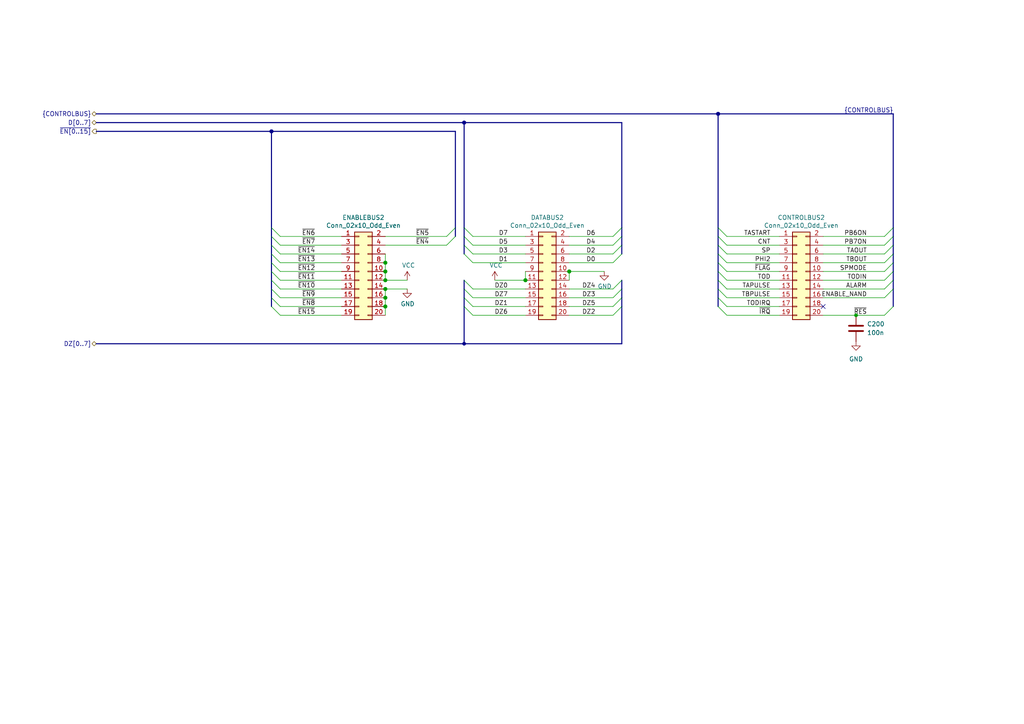
<source format=kicad_sch>
(kicad_sch (version 20211123) (generator eeschema)
  (paper "A4")
  (title_block (title "74HCT6526 Board 2") (date "2023-03-25") (rev "0.2.1") (company "Daniel Molina") (comment 1 "https://github.com/dmolinagarcia/74HCT6526"))
  (lib_symbols
    (symbol "Connector_Generic:Conn_02x10_Odd_Even" (pin_names (offset 1.016) hide)
      (property "Reference" "J" (at 1.27 12.7 0))
      (property "Value" "Conn_02x10_Odd_Even" (at 1.27 -15.24 0))
      (symbol "Conn_02x10_Odd_Even_1_1"
        (rectangle (start -1.27 -12.573) (end 0 -12.827) (stroke (width 0.1524)))
        (rectangle (start -1.27 -10.033) (end 0 -10.287) (stroke (width 0.1524)))
        (rectangle (start -1.27 -7.493) (end 0 -7.747) (stroke (width 0.1524)))
        (rectangle (start -1.27 -4.953) (end 0 -5.207) (stroke (width 0.1524)))
        (rectangle (start -1.27 -2.413) (end 0 -2.667) (stroke (width 0.1524)))
        (rectangle (start -1.27 0.127) (end 0 -0.127) (stroke (width 0.1524)))
        (rectangle (start -1.27 2.667) (end 0 2.413) (stroke (width 0.1524)))
        (rectangle (start -1.27 5.207) (end 0 4.953) (stroke (width 0.1524)))
        (rectangle (start -1.27 7.747) (end 0 7.493) (stroke (width 0.1524)))
        (rectangle (start -1.27 10.287) (end 0 10.033) (stroke (width 0.1524)))
        (rectangle (start -1.27 11.43) (end 3.81 -13.97) (stroke (width 0.254)) (fill (type background)))
        (rectangle (start 3.81 -12.573) (end 2.54 -12.827) (stroke (width 0.1524)))
        (rectangle (start 3.81 -10.033) (end 2.54 -10.287) (stroke (width 0.1524)))
        (rectangle (start 3.81 -7.493) (end 2.54 -7.747) (stroke (width 0.1524)))
        (rectangle (start 3.81 -4.953) (end 2.54 -5.207) (stroke (width 0.1524)))
        (rectangle (start 3.81 -2.413) (end 2.54 -2.667) (stroke (width 0.1524)))
        (rectangle (start 3.81 0.127) (end 2.54 -0.127) (stroke (width 0.1524)))
        (rectangle (start 3.81 2.667) (end 2.54 2.413) (stroke (width 0.1524)))
        (rectangle (start 3.81 5.207) (end 2.54 4.953) (stroke (width 0.1524)))
        (rectangle (start 3.81 7.747) (end 2.54 7.493) (stroke (width 0.1524)))
        (rectangle (start 3.81 10.287) (end 2.54 10.033) (stroke (width 0.1524)))
        (pin passive line (at -5.08 10.16 0) (length 3.81) (name "Pin_1") (number "1"))
        (pin passive line (at 7.62 0 180) (length 3.81) (name "Pin_10") (number "10"))
        (pin passive line (at -5.08 -2.54 0) (length 3.81) (name "Pin_11") (number "11"))
        (pin passive line (at 7.62 -2.54 180) (length 3.81) (name "Pin_12") (number "12"))
        (pin passive line (at -5.08 -5.08 0) (length 3.81) (name "Pin_13") (number "13"))
        (pin passive line (at 7.62 -5.08 180) (length 3.81) (name "Pin_14") (number "14"))
        (pin passive line (at -5.08 -7.62 0) (length 3.81) (name "Pin_15") (number "15"))
        (pin passive line (at 7.62 -7.62 180) (length 3.81) (name "Pin_16") (number "16"))
        (pin passive line (at -5.08 -10.16 0) (length 3.81) (name "Pin_17") (number "17"))
        (pin passive line (at 7.62 -10.16 180) (length 3.81) (name "Pin_18") (number "18"))
        (pin passive line (at -5.08 -12.7 0) (length 3.81) (name "Pin_19") (number "19"))
        (pin passive line (at 7.62 10.16 180) (length 3.81) (name "Pin_2") (number "2"))
        (pin passive line (at 7.62 -12.7 180) (length 3.81) (name "Pin_20") (number "20"))
        (pin passive line (at -5.08 7.62 0) (length 3.81) (name "Pin_3") (number "3"))
        (pin passive line (at 7.62 7.62 180) (length 3.81) (name "Pin_4") (number "4"))
        (pin passive line (at -5.08 5.08 0) (length 3.81) (name "Pin_5") (number "5"))
        (pin passive line (at 7.62 5.08 180) (length 3.81) (name "Pin_6") (number "6"))
        (pin passive line (at -5.08 2.54 0) (length 3.81) (name "Pin_7") (number "7"))
        (pin passive line (at 7.62 2.54 180) (length 3.81) (name "Pin_8") (number "8"))
        (pin passive line (at -5.08 0 0) (length 3.81) (name "Pin_9") (number "9"))
      )
    )
    (symbol "Device:C" (pin_numbers hide) (pin_names (offset 0.254))
      (property "Reference" "C" (at 0.635 2.54 0))
      (property "Value" "C" (at 0.635 -2.54 0))
      (symbol "C_0_1"
        (polyline (pts (xy -2.032 -0.762) (xy 2.032 -0.762)) (stroke (width 0.508)))
        (polyline (pts (xy -2.032 0.762) (xy 2.032 0.762)) (stroke (width 0.508)))
      )
      (symbol "C_1_1"
        (pin passive line (at 0 3.81 270) (length 2.794) (name "~") (number "1"))
        (pin passive line (at 0 -3.81 90) (length 2.794) (name "~") (number "2"))
      )
    )
    (symbol "power:GND" (power) (pin_names (offset 0))
      (property "Value" "GND" (at 0 -3.81 0))
      (symbol "GND_0_1"
        (polyline (pts (xy 0 0) (xy 0 -1.27) (xy 1.27 -1.27) (xy 0 -2.54) (xy -1.27 -1.27) (xy 0 -1.27)))
      )
      (symbol "GND_1_1"
        (pin power_in line (at 0 0 270) (length 0) hide (name "GND") (number "1"))
      )
    )
    (symbol "power:VCC" (power) (pin_names (offset 0))
      (property "Value" "VCC" (at 0 3.81 0))
      (symbol "VCC_0_1"
        (polyline (pts (xy -0.762 1.27) (xy 0 2.54)))
        (polyline (pts (xy 0 0) (xy 0 2.54)))
        (polyline (pts (xy 0 2.54) (xy 0.762 1.27)))
      )
      (symbol "VCC_1_1"
        (pin power_in line (at 0 0 90) (length 0) hide (name "VCC") (number "1"))
      )
    )
  )
  (junction (at 111.76 81.28) (diameter 1.016))
  (junction (at 248.285 91.44))
  (junction (at 111.76 88.9) (diameter 1.016))
  (junction (at 165.1 78.74) (diameter 1.016))
  (junction (at 134.62 35.56) (diameter 1.016))
  (junction (at 111.76 86.36) (diameter 1.016))
  (junction (at 208.28 33.02) (diameter 1.016))
  (junction (at 111.76 76.2) (diameter 1.016))
  (junction (at 111.76 83.82) (diameter 1.016))
  (junction (at 78.74 38.1) (diameter 1.016))
  (junction (at 152.4 81.28) (diameter 1.016))
  (junction (at 134.62 99.695))
  (junction (at 111.76 78.74) (diameter 1.016))
  (no_connect (at 238.76 88.9))
  (bus_entry (at 78.74 78.74) (size 2.54 2.54) (stroke (width 0.1524)))
  (bus_entry (at 78.74 83.82) (size 2.54 2.54) (stroke (width 0.1524)))
  (bus_entry (at 78.74 71.12) (size 2.54 2.54) (stroke (width 0.1524)))
  (bus_entry (at 208.28 66.04) (size 2.54 2.54) (stroke (width 0.1524)))
  (bus_entry (at 208.28 86.36) (size 2.54 2.54) (stroke (width 0.1524)))
  (bus_entry (at 78.74 86.36) (size 2.54 2.54) (stroke (width 0.1524)))
  (bus_entry (at 208.28 88.9) (size 2.54 2.54) (stroke (width 0.1524)))
  (bus_entry (at 180.34 66.04) (size -2.54 2.54) (stroke (width 0.1524)))
  (bus_entry (at 134.62 68.58) (size 2.54 2.54) (stroke (width 0.1524)))
  (bus_entry (at 78.74 66.04) (size 2.54 2.54) (stroke (width 0.1524)))
  (bus_entry (at 208.28 81.28) (size 2.54 2.54) (stroke (width 0.1524)))
  (bus_entry (at 132.08 66.04) (size -2.54 2.54) (stroke (width 0.1524)))
  (bus_entry (at 180.34 68.58) (size -2.54 2.54) (stroke (width 0.1524)))
  (bus_entry (at 208.28 78.74) (size 2.54 2.54) (stroke (width 0.1524)))
  (bus_entry (at 208.28 73.66) (size 2.54 2.54) (stroke (width 0.1524)))
  (bus_entry (at 78.74 81.28) (size 2.54 2.54) (stroke (width 0.1524)))
  (bus_entry (at 259.08 83.82) (size -2.54 2.54) (stroke (width 0.1524)))
  (bus_entry (at 259.08 66.04) (size -2.54 2.54) (stroke (width 0.1524)))
  (bus_entry (at 259.08 71.12) (size -2.54 2.54) (stroke (width 0.1524)))
  (bus_entry (at 208.28 68.58) (size 2.54 2.54) (stroke (width 0.1524)))
  (bus_entry (at 259.08 78.74) (size -2.54 2.54) (stroke (width 0.1524)))
  (bus_entry (at 259.08 76.2) (size -2.54 2.54) (stroke (width 0.1524)))
  (bus_entry (at 180.34 88.9) (size -2.54 2.54) (stroke (width 0.1524)))
  (bus_entry (at 180.34 86.36) (size -2.54 2.54) (stroke (width 0.1524)))
  (bus_entry (at 134.62 73.66) (size 2.54 2.54) (stroke (width 0.1524)))
  (bus_entry (at 259.08 88.9) (size -2.54 2.54) (stroke (width 0.1524)))
  (bus_entry (at 78.74 76.2) (size 2.54 2.54) (stroke (width 0.1524)))
  (bus_entry (at 78.74 73.66) (size 2.54 2.54) (stroke (width 0.1524)))
  (bus_entry (at 208.28 71.12) (size 2.54 2.54) (stroke (width 0.1524)))
  (bus_entry (at 208.28 76.2) (size 2.54 2.54) (stroke (width 0.1524)))
  (bus_entry (at 132.08 68.58) (size -2.54 2.54) (stroke (width 0.1524)))
  (bus_entry (at 180.34 81.28) (size -2.54 2.54) (stroke (width 0.1524)))
  (bus_entry (at 134.62 83.82) (size 2.54 2.54) (stroke (width 0.1524)))
  (bus_entry (at 134.62 88.9) (size 2.54 2.54) (stroke (width 0.1524)))
  (bus_entry (at 78.74 68.58) (size 2.54 2.54) (stroke (width 0.1524)))
  (bus_entry (at 134.62 86.36) (size 2.54 2.54) (stroke (width 0.1524)))
  (bus_entry (at 208.28 83.82) (size 2.54 2.54) (stroke (width 0.1524)))
  (bus_entry (at 134.62 71.12) (size 2.54 2.54) (stroke (width 0.1524)))
  (bus_entry (at 180.34 73.66) (size -2.54 2.54) (stroke (width 0.1524)))
  (bus_entry (at 134.62 66.04) (size 2.54 2.54) (stroke (width 0.1524)))
  (bus_entry (at 134.62 81.28) (size 2.54 2.54) (stroke (width 0.1524)))
  (bus_entry (at 259.08 73.66) (size -2.54 2.54) (stroke (width 0.1524)))
  (bus_entry (at 259.08 68.58) (size -2.54 2.54) (stroke (width 0.1524)))
  (bus_entry (at 259.08 81.28) (size -2.54 2.54) (stroke (width 0.1524)))
  (bus_entry (at 180.34 83.82) (size -2.54 2.54) (stroke (width 0.1524)))
  (bus_entry (at 180.34 71.12) (size -2.54 2.54) (stroke (width 0.1524)))
  (bus_entry (at 78.74 88.9) (size 2.54 2.54) (stroke (width 0.1524)))
  (wire (pts (xy 238.76 91.44) (xy 248.285 91.44)))
  (bus (pts (xy 134.62 71.12) (xy 134.62 73.66)))
  (bus (pts (xy 134.62 81.28) (xy 134.62 83.82)))
  (bus (pts (xy 78.74 78.74) (xy 78.74 81.28)))
  (bus (pts (xy 78.74 76.2) (xy 78.74 78.74)))
  (wire (pts (xy 238.76 83.82) (xy 256.54 83.82)))
  (bus (pts (xy 208.28 71.12) (xy 208.28 73.66)))
  (wire (pts (xy 143.51 81.28) (xy 152.4 81.28)))
  (bus (pts (xy 134.62 86.36) (xy 134.62 88.9)))
  (wire (pts (xy 238.76 76.2) (xy 256.54 76.2)))
  (bus (pts (xy 180.34 68.58) (xy 180.34 71.12)))
  (wire (pts (xy 111.76 68.58) (xy 129.54 68.58)))
  (wire (pts (xy 111.76 73.66) (xy 111.76 76.2)))
  (bus (pts (xy 180.34 81.28) (xy 180.34 83.82)))
  (bus (pts (xy 27.94 38.1) (xy 78.74 38.1)))
  (wire (pts (xy 137.16 73.66) (xy 152.4 73.66)))
  (wire (pts (xy 137.16 86.36) (xy 152.4 86.36)))
  (bus (pts (xy 208.28 78.74) (xy 208.28 81.28)))
  (wire (pts (xy 210.82 81.28) (xy 226.06 81.28)))
  (wire (pts (xy 137.16 71.12) (xy 152.4 71.12)))
  (bus (pts (xy 259.08 76.2) (xy 259.08 78.74)))
  (wire (pts (xy 210.82 68.58) (xy 226.06 68.58)))
  (wire (pts (xy 165.1 83.82) (xy 177.8 83.82)))
  (bus (pts (xy 208.28 86.36) (xy 208.28 88.9)))
  (wire (pts (xy 152.4 78.74) (xy 152.4 81.28)))
  (bus (pts (xy 78.74 38.1) (xy 132.08 38.1)))
  (wire (pts (xy 137.16 76.2) (xy 152.4 76.2)))
  (bus (pts (xy 134.62 88.9) (xy 134.62 99.695)))
  (wire (pts (xy 165.1 68.58) (xy 177.8 68.58)))
  (wire (pts (xy 210.82 88.9) (xy 226.06 88.9)))
  (wire (pts (xy 165.1 71.12) (xy 177.8 71.12)))
  (bus (pts (xy 208.28 33.02) (xy 208.28 66.04)))
  (wire (pts (xy 81.28 86.36) (xy 99.06 86.36)))
  (wire (pts (xy 137.16 91.44) (xy 152.4 91.44)))
  (wire (pts (xy 137.16 68.58) (xy 152.4 68.58)))
  (wire (pts (xy 81.28 88.9) (xy 99.06 88.9)))
  (wire (pts (xy 81.28 71.12) (xy 99.06 71.12)))
  (bus (pts (xy 180.34 35.56) (xy 180.34 66.04)))
  (wire (pts (xy 81.28 68.58) (xy 99.06 68.58)))
  (wire (pts (xy 238.76 68.58) (xy 256.54 68.58)))
  (wire (pts (xy 111.76 71.12) (xy 129.54 71.12)))
  (bus (pts (xy 78.74 83.82) (xy 78.74 86.36)))
  (bus (pts (xy 259.08 68.58) (xy 259.08 71.12)))
  (wire (pts (xy 238.76 71.12) (xy 256.54 71.12)))
  (bus (pts (xy 134.62 35.56) (xy 180.34 35.56)))
  (wire (pts (xy 210.82 73.66) (xy 226.06 73.66)))
  (wire (pts (xy 210.82 86.36) (xy 226.06 86.36)))
  (wire (pts (xy 165.1 86.36) (xy 177.8 86.36)))
  (wire (pts (xy 81.28 91.44) (xy 99.06 91.44)))
  (wire (pts (xy 111.76 81.28) (xy 118.11 81.28)))
  (bus (pts (xy 259.08 33.02) (xy 259.08 66.04)))
  (wire (pts (xy 210.82 76.2) (xy 226.06 76.2)))
  (wire (pts (xy 111.76 83.82) (xy 118.11 83.82)))
  (wire (pts (xy 165.1 78.74) (xy 165.1 81.28)))
  (wire (pts (xy 238.76 81.28) (xy 256.54 81.28)))
  (bus (pts (xy 27.94 33.02) (xy 208.28 33.02)))
  (bus (pts (xy 180.34 71.12) (xy 180.34 73.66)))
  (bus (pts (xy 259.08 83.82) (xy 259.08 88.9)))
  (bus (pts (xy 134.62 68.58) (xy 134.62 71.12)))
  (wire (pts (xy 81.28 76.2) (xy 99.06 76.2)))
  (bus (pts (xy 180.34 66.04) (xy 180.34 68.58)))
  (wire (pts (xy 81.28 73.66) (xy 99.06 73.66)))
  (wire (pts (xy 238.76 86.36) (xy 256.54 86.36)))
  (bus (pts (xy 134.62 66.04) (xy 134.62 68.58)))
  (wire (pts (xy 210.82 78.74) (xy 226.06 78.74)))
  (bus (pts (xy 208.28 66.04) (xy 208.28 68.58)))
  (wire (pts (xy 111.76 78.74) (xy 111.76 81.28)))
  (wire (pts (xy 81.28 81.28) (xy 99.06 81.28)))
  (wire (pts (xy 137.16 83.82) (xy 152.4 83.82)))
  (bus (pts (xy 180.34 86.36) (xy 180.34 88.9)))
  (wire (pts (xy 111.76 88.9) (xy 111.76 91.44)))
  (bus (pts (xy 78.74 86.36) (xy 78.74 88.9)))
  (bus (pts (xy 208.28 73.66) (xy 208.28 76.2)))
  (wire (pts (xy 210.82 71.12) (xy 226.06 71.12)))
  (wire (pts (xy 210.82 83.82) (xy 226.06 83.82)))
  (bus (pts (xy 78.74 68.58) (xy 78.74 71.12)))
  (bus (pts (xy 134.62 99.695) (xy 180.34 99.695)))
  (wire (pts (xy 81.28 83.82) (xy 99.06 83.82)))
  (bus (pts (xy 27.94 99.695) (xy 134.62 99.695)))
  (wire (pts (xy 165.1 76.2) (xy 177.8 76.2)))
  (wire (pts (xy 248.285 91.44) (xy 256.54 91.44)))
  (bus (pts (xy 78.74 38.1) (xy 78.74 66.04)))
  (bus (pts (xy 259.08 66.04) (xy 259.08 68.58)))
  (wire (pts (xy 165.1 73.66) (xy 177.8 73.66)))
  (wire (pts (xy 111.76 83.82) (xy 111.76 86.36)))
  (wire (pts (xy 238.76 78.74) (xy 256.54 78.74)))
  (wire (pts (xy 137.16 88.9) (xy 152.4 88.9)))
  (wire (pts (xy 111.76 76.2) (xy 111.76 78.74)))
  (bus (pts (xy 27.94 35.56) (xy 134.62 35.56)))
  (bus (pts (xy 180.34 83.82) (xy 180.34 86.36)))
  (bus (pts (xy 78.74 66.04) (xy 78.74 68.58)))
  (wire (pts (xy 81.28 78.74) (xy 99.06 78.74)))
  (bus (pts (xy 208.28 33.02) (xy 259.08 33.02)))
  (bus (pts (xy 78.74 71.12) (xy 78.74 73.66)))
  (bus (pts (xy 78.74 81.28) (xy 78.74 83.82)))
  (bus (pts (xy 180.34 99.695) (xy 180.34 88.9)))
  (bus (pts (xy 208.28 81.28) (xy 208.28 83.82)))
  (bus (pts (xy 78.74 73.66) (xy 78.74 76.2)))
  (wire (pts (xy 165.1 91.44) (xy 177.8 91.44)))
  (wire (pts (xy 238.76 73.66) (xy 256.54 73.66)))
  (bus (pts (xy 208.28 83.82) (xy 208.28 86.36)))
  (wire (pts (xy 111.76 86.36) (xy 111.76 88.9)))
  (bus (pts (xy 259.08 81.28) (xy 259.08 83.82)))
  (bus (pts (xy 132.08 38.1) (xy 132.08 66.04)))
  (bus (pts (xy 259.08 73.66) (xy 259.08 76.2)))
  (bus (pts (xy 208.28 68.58) (xy 208.28 71.12)))
  (bus (pts (xy 132.08 66.04) (xy 132.08 68.58)))
  (bus (pts (xy 208.28 76.2) (xy 208.28 78.74)))
  (bus (pts (xy 259.08 78.74) (xy 259.08 81.28)))
  (wire (pts (xy 165.1 88.9) (xy 177.8 88.9)))
  (wire (pts (xy 210.82 91.44) (xy 226.06 91.44)))
  (bus (pts (xy 134.62 83.82) (xy 134.62 86.36)))
  (bus (pts (xy 259.08 71.12) (xy 259.08 73.66)))
  (wire (pts (xy 165.1 78.74) (xy 175.26 78.74)))
  (bus (pts (xy 134.62 35.56) (xy 134.62 66.04)))
  (label "~{EN13}" (at 91.44 76.2 180))
  (label "~{EN12}" (at 91.44 78.74 180))
  (label "D0" (at 172.72 76.2 180))
  (label "~{EN9}" (at 91.44 86.36 180))
  (label "D7" (at 147.32 68.58 180))
  (label "DZ0" (at 147.32 83.82 180))
  (label "~{EN15}" (at 91.44 91.44 180))
  (label "TAPULSE" (at 223.52 83.82 180))
  (label "~{EN11}" (at 91.44 81.28 180))
  (label "DZ6" (at 147.32 91.44 180))
  (label "DZ2" (at 172.72 91.44 180))
  (label "TASTART" (at 223.52 68.58 180))
  (label "CNT" (at 223.52 71.12 180))
  (label "D5" (at 147.32 71.12 180))
  (label "D2" (at 172.72 73.66 180))
  (label "~{EN10}" (at 91.44 83.82 180))
  (label "D4" (at 172.72 71.12 180))
  (label "PB7ON" (at 251.46 71.12 180))
  (label "~{RES}" (at 251.46 91.44 180))
  (label "~{EN7}" (at 91.44 71.12 180))
  (label "~{EN14}" (at 91.44 73.66 180))
  (label "DZ7" (at 147.32 86.36 180))
  (label "~{FLAG}" (at 223.52 78.74 180))
  (label "~{IRQ}" (at 223.52 91.44 180))
  (label "PHI2" (at 223.52 76.2 180))
  (label "~{EN5}" (at 124.46 68.58 180))
  (label "DZ4" (at 172.72 83.82 180))
  (label "~{EN4}" (at 124.46 71.12 180))
  (label "TBOUT" (at 251.46 76.2 180))
  (label "DZ3" (at 172.72 86.36 180))
  (label "TODIRQ" (at 223.52 88.9 180))
  (label "ENABLE_NAND" (at 251.46 86.36 180))
  (label "D1" (at 147.32 76.2 180))
  (label "TAOUT" (at 251.46 73.66 180))
  (label "~{EN8}" (at 91.44 88.9 180))
  (label "{CONTROLBUS}" (at 259.08 33.02 180))
  (label "TODIN" (at 251.46 81.28 180))
  (label "PB6ON" (at 251.46 68.58 180))
  (label "TOD" (at 223.52 81.28 180))
  (label "DZ1" (at 147.32 88.9 180))
  (label "TBPULSE" (at 223.52 86.36 180))
  (label "ALARM" (at 251.46 83.82 180))
  (label "DZ5" (at 172.72 88.9 180))
  (label "SPMODE" (at 251.46 78.74 180))
  (label "~{EN6}" (at 91.44 68.58 180))
  (label "D3" (at 147.32 73.66 180))
  (label "D6" (at 172.72 68.58 180))
  (label "SP" (at 223.52 73.66 180))
  (hierarchical_label "D[0..7]" (shape bidirectional) (at 27.94 35.56 180))
  (hierarchical_label "~{EN[0..15]}" (shape output) (at 27.94 38.1 180))
  (hierarchical_label "{CONTROLBUS}" (shape bidirectional) (at 27.94 33.02 180))
  (hierarchical_label "DZ[0..7]" (shape bidirectional) (at 27.94 99.695 180))
  (symbol (lib_id "power:GND") (at 118.11 83.82 0) (unit 1)
    (property "Reference" "#PWR0303" (effects hide))
    (property "Value" "GND" (at 118.2243 88.1444 0))
  )
  (symbol (lib_id "Connector_Generic:Conn_02x10_Odd_Even") (at 231.14 78.74 0) (unit 1)
    (property "Reference" "CONTROLBUS2" (at 232.41 63.1 0))
    (property "Value" "Conn_02x10_Odd_Even" (at 232.41 65.3985 0))
    (property "Footprint" "Connector_PinHeader_2.54mm:PinHeader_2x10_P2.54mm_Vertical" (effects hide))
  )
  (symbol (lib_id "Device:C") (at 248.285 95.25 0) (unit 1)
    (property "Reference" "C200" (at 251.46 93.9799 0) (effects (justify left)))
    (property "Value" "100n" (at 251.46 96.5199 0) (effects (justify left)))
    (property "Footprint" "Capacitor_SMD:C_0603_1608Metric" (effects hide))
  )
  (symbol (lib_id "Connector_Generic:Conn_02x10_Odd_Even") (at 157.48 78.74 0) (unit 1)
    (property "Reference" "DATABUS2" (at 158.75 63.1 0))
    (property "Value" "Conn_02x10_Odd_Even" (at 158.75 65.3985 0))
    (property "Footprint" "Connector_PinHeader_2.54mm:PinHeader_2x10_P2.54mm_Vertical" (effects hide))
  )
  (symbol (lib_id "power:VCC") (at 143.51 81.28 0) (unit 1)
    (property "Reference" "#PWR0304" (effects hide))
    (property "Value" "VCC" (at 143.8783 76.9556 0))
  )
  (symbol (lib_id "Connector_Generic:Conn_02x10_Odd_Even") (at 104.14 78.74 0) (unit 1)
    (property "Reference" "ENABLEBUS2" (at 105.41 63.1 0))
    (property "Value" "Conn_02x10_Odd_Even" (at 105.41 65.3985 0))
    (property "Footprint" "Connector_PinHeader_2.54mm:PinHeader_2x10_P2.54mm_Vertical" (effects hide))
  )
  (symbol (lib_id "power:VCC") (at 118.11 81.28 0) (unit 1)
    (property "Reference" "#PWR0302" (effects hide))
    (property "Value" "VCC" (at 118.4783 76.9556 0))
  )
  (symbol (lib_id "power:GND") (at 248.285 99.06 0) (unit 1)
    (property "Reference" "#PWR0107" (effects hide))
    (property "Value" "GND" (at 248.285 104.14 0))
  )
  (symbol (lib_id "power:GND") (at 175.26 78.74 0) (unit 1)
    (property "Reference" "#PWR0305" (effects hide))
    (property "Value" "GND" (at 175.3743 83.0644 0))
  )
)
</source>
